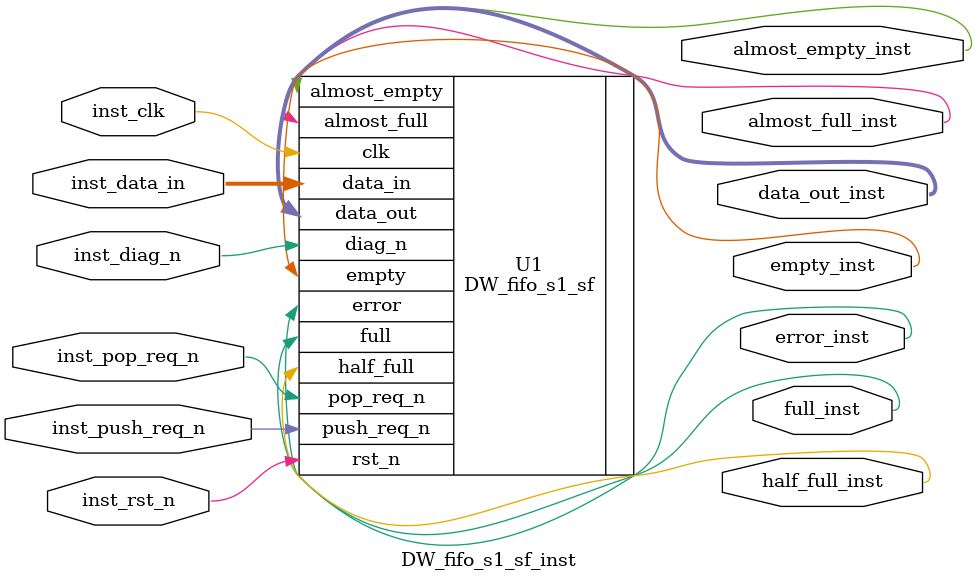
<source format=v>
module DW_fifo_s1_sf_inst(inst_clk, inst_rst_n, inst_push_req_n,
                          inst_pop_req_n, inst_diag_n, inst_data_in,
                          empty_inst, almost_empty_inst, half_full_inst,
                          almost_full_inst, full_inst, error_inst,
                          data_out_inst );
  parameter width = 8;
  parameter depth = 4;
  parameter ae_level = 1;
  parameter af_level = 1;
  parameter err_mode = 0;
  parameter rst_mode = 0;

  input inst_clk;
  input inst_rst_n;
  input inst_push_req_n;
  input inst_pop_req_n;
  input inst_diag_n;
  input [width-1 : 0] inst_data_in;
  output empty_inst;
  output almost_empty_inst;
  output half_full_inst;
  output almost_full_inst;
  output full_inst;
  output error_inst;
  output [width-1 : 0] data_out_inst;

  // Instance of DW_fifo_s1_sf
  DW_fifo_s1_sf #(width,  depth,  ae_level,  af_level,  err_mode,  rst_mode)
    U1 (.clk(inst_clk),   .rst_n(inst_rst_n),   .push_req_n(inst_push_req_n),
        .pop_req_n(inst_pop_req_n),   .diag_n(inst_diag_n),
        .data_in(inst_data_in),   .empty(empty_inst),
        .almost_empty(almost_empty_inst),   .half_full(half_full_inst),
        .almost_full(almost_full_inst),   .full(full_inst),
        .error(error_inst),   .data_out(data_out_inst) );
endmodule


</source>
